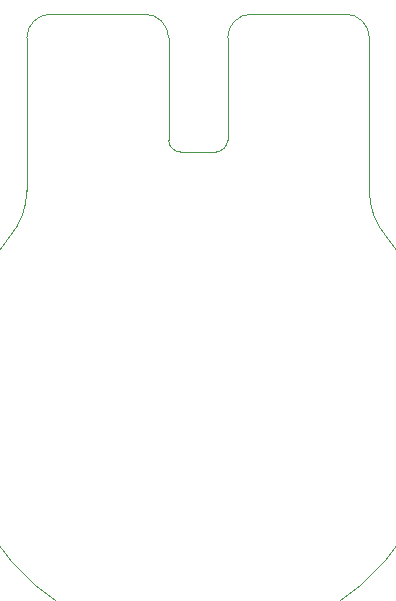
<source format=gbr>
%TF.GenerationSoftware,KiCad,Pcbnew,(6.0.0)*%
%TF.CreationDate,2022-07-31T21:28:17+12:00*%
%TF.ProjectId,MOTOR_TERMINAL_BREAKOUT_42,4d4f544f-525f-4544-9552-4d494e414c5f,0A*%
%TF.SameCoordinates,Original*%
%TF.FileFunction,Profile,NP*%
%FSLAX46Y46*%
G04 Gerber Fmt 4.6, Leading zero omitted, Abs format (unit mm)*
G04 Created by KiCad (PCBNEW (6.0.0)) date 2022-07-31 21:28:17*
%MOMM*%
%LPD*%
G01*
G04 APERTURE LIST*
%TA.AperFunction,Profile*%
%ADD10C,0.050000*%
%TD*%
G04 APERTURE END LIST*
D10*
X234500000Y-119500000D02*
G75*
G03*
X232500000Y-117500000I-1999999J1D01*
G01*
X204055556Y-136333446D02*
G75*
G03*
X235944444Y-136333446I15944444J-13666554D01*
G01*
X207500000Y-117500000D02*
G75*
G03*
X205500000Y-119500000I-1J-1999999D01*
G01*
X234500000Y-132428717D02*
G75*
G03*
X235944444Y-136333446I6000391J145D01*
G01*
X218500000Y-129149341D02*
X221500000Y-129149341D01*
X217500000Y-119500000D02*
X217500000Y-128149341D01*
X234500000Y-119500000D02*
X234500000Y-132428717D01*
X207500000Y-117500000D02*
X215500000Y-117500000D01*
X224500000Y-117500000D02*
G75*
G03*
X222500000Y-119500000I-1J-1999999D01*
G01*
X224500000Y-117500000D02*
X232500000Y-117500000D01*
X221500000Y-129149341D02*
G75*
G03*
X222500000Y-128149341I-98J1000098D01*
G01*
X222500000Y-128149341D02*
X222500000Y-119500000D01*
X217499999Y-119500000D02*
G75*
G03*
X215500000Y-117500000I-1999991J9D01*
G01*
X217499999Y-128149341D02*
G75*
G03*
X218500000Y-129149341I999867J-133D01*
G01*
X204055556Y-136333446D02*
G75*
G03*
X205500000Y-132428717I-4556272J3904994D01*
G01*
X205500000Y-132428717D02*
X205500000Y-119500000D01*
M02*

</source>
